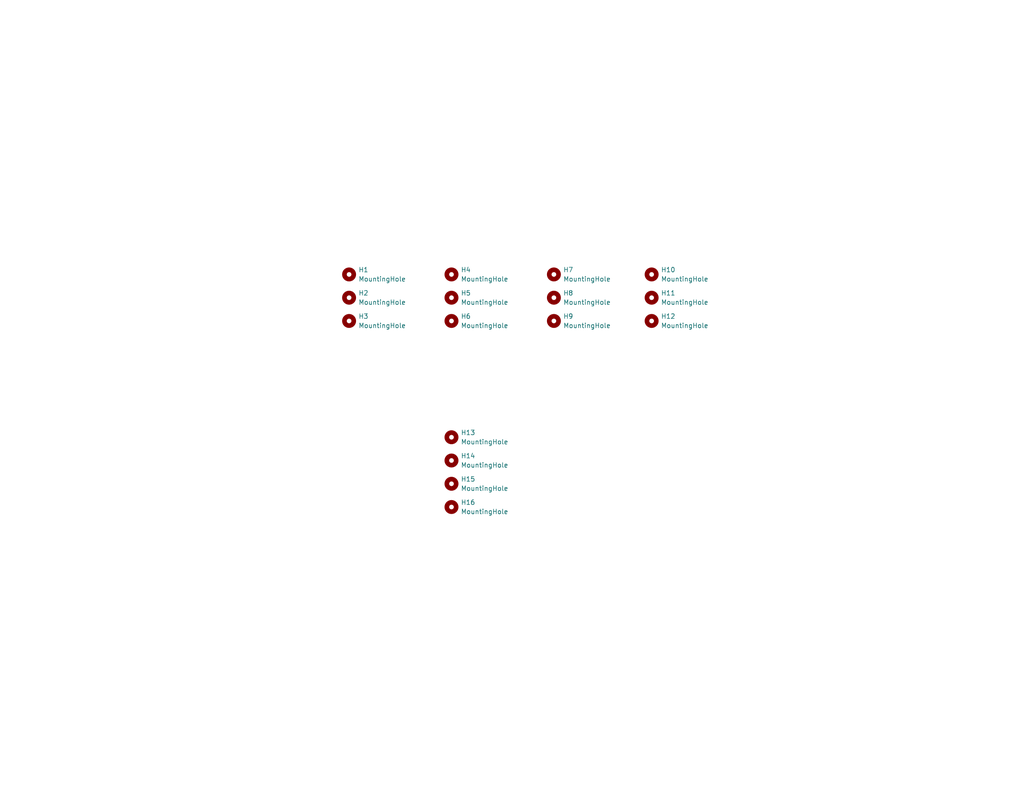
<source format=kicad_sch>
(kicad_sch (version 20211123) (generator eeschema)

  (uuid dccf11ca-eda7-4894-bda5-ea49a9932257)

  (paper "USLetter")

  (title_block
    (title "Mounting Bracket for Four Floppy Drives")
    (date "2023-01-19")
    (rev "0.1")
    (company "Max Proskauer")
  )

  (lib_symbols
    (symbol "Mechanical:MountingHole" (pin_names (offset 1.016)) (in_bom yes) (on_board yes)
      (property "Reference" "H" (id 0) (at 0 5.08 0)
        (effects (font (size 1.27 1.27)))
      )
      (property "Value" "MountingHole" (id 1) (at 0 3.175 0)
        (effects (font (size 1.27 1.27)))
      )
      (property "Footprint" "" (id 2) (at 0 0 0)
        (effects (font (size 1.27 1.27)) hide)
      )
      (property "Datasheet" "~" (id 3) (at 0 0 0)
        (effects (font (size 1.27 1.27)) hide)
      )
      (property "ki_keywords" "mounting hole" (id 4) (at 0 0 0)
        (effects (font (size 1.27 1.27)) hide)
      )
      (property "ki_description" "Mounting Hole without connection" (id 5) (at 0 0 0)
        (effects (font (size 1.27 1.27)) hide)
      )
      (property "ki_fp_filters" "MountingHole*" (id 6) (at 0 0 0)
        (effects (font (size 1.27 1.27)) hide)
      )
      (symbol "MountingHole_0_1"
        (circle (center 0 0) (radius 1.27)
          (stroke (width 1.27) (type default) (color 0 0 0 0))
          (fill (type none))
        )
      )
    )
  )


  (symbol (lib_id "Mechanical:MountingHole") (at 151.13 87.63 0) (unit 1)
    (in_bom yes) (on_board yes) (fields_autoplaced)
    (uuid 1af5c50f-b79b-45ae-8c94-de970604a49d)
    (property "Reference" "H9" (id 0) (at 153.67 86.3599 0)
      (effects (font (size 1.27 1.27)) (justify left))
    )
    (property "Value" "MountingHole" (id 1) (at 153.67 88.8999 0)
      (effects (font (size 1.27 1.27)) (justify left))
    )
    (property "Footprint" "MountingHole:MountingHole_3.2mm_M3_Pad" (id 2) (at 151.13 87.63 0)
      (effects (font (size 1.27 1.27)) hide)
    )
    (property "Datasheet" "~" (id 3) (at 151.13 87.63 0)
      (effects (font (size 1.27 1.27)) hide)
    )
  )

  (symbol (lib_id "Mechanical:MountingHole") (at 95.25 81.28 0) (unit 1)
    (in_bom yes) (on_board yes) (fields_autoplaced)
    (uuid 21c31c81-b1be-4d8e-86dc-b2d6fb16352e)
    (property "Reference" "H2" (id 0) (at 97.79 80.0099 0)
      (effects (font (size 1.27 1.27)) (justify left))
    )
    (property "Value" "MountingHole" (id 1) (at 97.79 82.5499 0)
      (effects (font (size 1.27 1.27)) (justify left))
    )
    (property "Footprint" "MountingHole:MountingHole_3.2mm_M3_Pad" (id 2) (at 95.25 81.28 0)
      (effects (font (size 1.27 1.27)) hide)
    )
    (property "Datasheet" "~" (id 3) (at 95.25 81.28 0)
      (effects (font (size 1.27 1.27)) hide)
    )
  )

  (symbol (lib_id "Mechanical:MountingHole") (at 151.13 74.93 0) (unit 1)
    (in_bom yes) (on_board yes) (fields_autoplaced)
    (uuid 2fa0dcf5-2d5a-414b-997c-0afb5a70512b)
    (property "Reference" "H7" (id 0) (at 153.67 73.6599 0)
      (effects (font (size 1.27 1.27)) (justify left))
    )
    (property "Value" "MountingHole" (id 1) (at 153.67 76.1999 0)
      (effects (font (size 1.27 1.27)) (justify left))
    )
    (property "Footprint" "MountingHole:MountingHole_3.2mm_M3_Pad" (id 2) (at 151.13 74.93 0)
      (effects (font (size 1.27 1.27)) hide)
    )
    (property "Datasheet" "~" (id 3) (at 151.13 74.93 0)
      (effects (font (size 1.27 1.27)) hide)
    )
  )

  (symbol (lib_id "Mechanical:MountingHole") (at 95.25 87.63 0) (unit 1)
    (in_bom yes) (on_board yes) (fields_autoplaced)
    (uuid 39afb2eb-49e0-4fb4-a1f8-b54bcd655504)
    (property "Reference" "H3" (id 0) (at 97.79 86.3599 0)
      (effects (font (size 1.27 1.27)) (justify left))
    )
    (property "Value" "MountingHole" (id 1) (at 97.79 88.8999 0)
      (effects (font (size 1.27 1.27)) (justify left))
    )
    (property "Footprint" "MountingHole:MountingHole_3.2mm_M3_Pad" (id 2) (at 95.25 87.63 0)
      (effects (font (size 1.27 1.27)) hide)
    )
    (property "Datasheet" "~" (id 3) (at 95.25 87.63 0)
      (effects (font (size 1.27 1.27)) hide)
    )
  )

  (symbol (lib_id "Mechanical:MountingHole") (at 123.19 125.73 0) (unit 1)
    (in_bom yes) (on_board yes) (fields_autoplaced)
    (uuid 4b5f3762-af04-4ed2-8f07-a69a13d5c54d)
    (property "Reference" "H14" (id 0) (at 125.73 124.4599 0)
      (effects (font (size 1.27 1.27)) (justify left))
    )
    (property "Value" "MountingHole" (id 1) (at 125.73 126.9999 0)
      (effects (font (size 1.27 1.27)) (justify left))
    )
    (property "Footprint" "MountingHole:MountingHole_3.2mm_M3_Pad" (id 2) (at 123.19 125.73 0)
      (effects (font (size 1.27 1.27)) hide)
    )
    (property "Datasheet" "~" (id 3) (at 123.19 125.73 0)
      (effects (font (size 1.27 1.27)) hide)
    )
  )

  (symbol (lib_id "Mechanical:MountingHole") (at 177.8 87.63 0) (unit 1)
    (in_bom yes) (on_board yes) (fields_autoplaced)
    (uuid 87a09378-cc99-41e8-a569-83fd398c68b2)
    (property "Reference" "H12" (id 0) (at 180.34 86.3599 0)
      (effects (font (size 1.27 1.27)) (justify left))
    )
    (property "Value" "MountingHole" (id 1) (at 180.34 88.8999 0)
      (effects (font (size 1.27 1.27)) (justify left))
    )
    (property "Footprint" "MountingHole:MountingHole_3.2mm_M3_Pad" (id 2) (at 177.8 87.63 0)
      (effects (font (size 1.27 1.27)) hide)
    )
    (property "Datasheet" "~" (id 3) (at 177.8 87.63 0)
      (effects (font (size 1.27 1.27)) hide)
    )
  )

  (symbol (lib_id "Mechanical:MountingHole") (at 123.19 74.93 0) (unit 1)
    (in_bom yes) (on_board yes) (fields_autoplaced)
    (uuid 970f453b-8e35-49c4-be84-c399d58ee2d1)
    (property "Reference" "H4" (id 0) (at 125.73 73.6599 0)
      (effects (font (size 1.27 1.27)) (justify left))
    )
    (property "Value" "MountingHole" (id 1) (at 125.73 76.1999 0)
      (effects (font (size 1.27 1.27)) (justify left))
    )
    (property "Footprint" "MountingHole:MountingHole_3.2mm_M3_Pad" (id 2) (at 123.19 74.93 0)
      (effects (font (size 1.27 1.27)) hide)
    )
    (property "Datasheet" "~" (id 3) (at 123.19 74.93 0)
      (effects (font (size 1.27 1.27)) hide)
    )
  )

  (symbol (lib_id "Mechanical:MountingHole") (at 177.8 81.28 0) (unit 1)
    (in_bom yes) (on_board yes) (fields_autoplaced)
    (uuid 9d769b2e-8220-4db0-a1da-8ee2b5cff3fe)
    (property "Reference" "H11" (id 0) (at 180.34 80.0099 0)
      (effects (font (size 1.27 1.27)) (justify left))
    )
    (property "Value" "MountingHole" (id 1) (at 180.34 82.5499 0)
      (effects (font (size 1.27 1.27)) (justify left))
    )
    (property "Footprint" "MountingHole:MountingHole_3.2mm_M3_Pad" (id 2) (at 177.8 81.28 0)
      (effects (font (size 1.27 1.27)) hide)
    )
    (property "Datasheet" "~" (id 3) (at 177.8 81.28 0)
      (effects (font (size 1.27 1.27)) hide)
    )
  )

  (symbol (lib_id "Mechanical:MountingHole") (at 151.13 81.28 0) (unit 1)
    (in_bom yes) (on_board yes) (fields_autoplaced)
    (uuid b9526e15-c81a-4410-a8da-4ee028a9ffb0)
    (property "Reference" "H8" (id 0) (at 153.67 80.0099 0)
      (effects (font (size 1.27 1.27)) (justify left))
    )
    (property "Value" "MountingHole" (id 1) (at 153.67 82.5499 0)
      (effects (font (size 1.27 1.27)) (justify left))
    )
    (property "Footprint" "MountingHole:MountingHole_3.2mm_M3_Pad" (id 2) (at 151.13 81.28 0)
      (effects (font (size 1.27 1.27)) hide)
    )
    (property "Datasheet" "~" (id 3) (at 151.13 81.28 0)
      (effects (font (size 1.27 1.27)) hide)
    )
  )

  (symbol (lib_id "Mechanical:MountingHole") (at 123.19 132.08 0) (unit 1)
    (in_bom yes) (on_board yes) (fields_autoplaced)
    (uuid cb1dbec2-beda-4367-94c6-76c560f18bf1)
    (property "Reference" "H15" (id 0) (at 125.73 130.8099 0)
      (effects (font (size 1.27 1.27)) (justify left))
    )
    (property "Value" "MountingHole" (id 1) (at 125.73 133.3499 0)
      (effects (font (size 1.27 1.27)) (justify left))
    )
    (property "Footprint" "MountingHole:MountingHole_3.2mm_M3_Pad" (id 2) (at 123.19 132.08 0)
      (effects (font (size 1.27 1.27)) hide)
    )
    (property "Datasheet" "~" (id 3) (at 123.19 132.08 0)
      (effects (font (size 1.27 1.27)) hide)
    )
  )

  (symbol (lib_id "Mechanical:MountingHole") (at 123.19 138.43 0) (unit 1)
    (in_bom yes) (on_board yes) (fields_autoplaced)
    (uuid da60a574-7ec2-421a-ad07-3acb7e2edf90)
    (property "Reference" "H16" (id 0) (at 125.73 137.1599 0)
      (effects (font (size 1.27 1.27)) (justify left))
    )
    (property "Value" "MountingHole" (id 1) (at 125.73 139.6999 0)
      (effects (font (size 1.27 1.27)) (justify left))
    )
    (property "Footprint" "MountingHole:MountingHole_3.2mm_M3_Pad" (id 2) (at 123.19 138.43 0)
      (effects (font (size 1.27 1.27)) hide)
    )
    (property "Datasheet" "~" (id 3) (at 123.19 138.43 0)
      (effects (font (size 1.27 1.27)) hide)
    )
  )

  (symbol (lib_id "Mechanical:MountingHole") (at 177.8 74.93 0) (unit 1)
    (in_bom yes) (on_board yes) (fields_autoplaced)
    (uuid e08014cd-6c8d-4a78-b010-fd24f87af2e6)
    (property "Reference" "H10" (id 0) (at 180.34 73.6599 0)
      (effects (font (size 1.27 1.27)) (justify left))
    )
    (property "Value" "MountingHole" (id 1) (at 180.34 76.1999 0)
      (effects (font (size 1.27 1.27)) (justify left))
    )
    (property "Footprint" "MountingHole:MountingHole_3.2mm_M3_Pad" (id 2) (at 177.8 74.93 0)
      (effects (font (size 1.27 1.27)) hide)
    )
    (property "Datasheet" "~" (id 3) (at 177.8 74.93 0)
      (effects (font (size 1.27 1.27)) hide)
    )
  )

  (symbol (lib_id "Mechanical:MountingHole") (at 123.19 119.38 0) (unit 1)
    (in_bom yes) (on_board yes) (fields_autoplaced)
    (uuid ed649220-2164-42c0-a046-6acec8dcb52a)
    (property "Reference" "H13" (id 0) (at 125.73 118.1099 0)
      (effects (font (size 1.27 1.27)) (justify left))
    )
    (property "Value" "MountingHole" (id 1) (at 125.73 120.6499 0)
      (effects (font (size 1.27 1.27)) (justify left))
    )
    (property "Footprint" "MountingHole:MountingHole_3.2mm_M3_Pad" (id 2) (at 123.19 119.38 0)
      (effects (font (size 1.27 1.27)) hide)
    )
    (property "Datasheet" "~" (id 3) (at 123.19 119.38 0)
      (effects (font (size 1.27 1.27)) hide)
    )
  )

  (symbol (lib_id "Mechanical:MountingHole") (at 95.25 74.93 0) (unit 1)
    (in_bom yes) (on_board yes) (fields_autoplaced)
    (uuid eed4595c-2309-4d25-b842-d072fe2057ce)
    (property "Reference" "H1" (id 0) (at 97.79 73.6599 0)
      (effects (font (size 1.27 1.27)) (justify left))
    )
    (property "Value" "MountingHole" (id 1) (at 97.79 76.1999 0)
      (effects (font (size 1.27 1.27)) (justify left))
    )
    (property "Footprint" "MountingHole:MountingHole_3.2mm_M3_Pad" (id 2) (at 95.25 74.93 0)
      (effects (font (size 1.27 1.27)) hide)
    )
    (property "Datasheet" "~" (id 3) (at 95.25 74.93 0)
      (effects (font (size 1.27 1.27)) hide)
    )
  )

  (symbol (lib_id "Mechanical:MountingHole") (at 123.19 81.28 0) (unit 1)
    (in_bom yes) (on_board yes) (fields_autoplaced)
    (uuid f05905c8-8695-46fd-b558-01b917978cee)
    (property "Reference" "H5" (id 0) (at 125.73 80.0099 0)
      (effects (font (size 1.27 1.27)) (justify left))
    )
    (property "Value" "MountingHole" (id 1) (at 125.73 82.5499 0)
      (effects (font (size 1.27 1.27)) (justify left))
    )
    (property "Footprint" "MountingHole:MountingHole_3.2mm_M3_Pad" (id 2) (at 123.19 81.28 0)
      (effects (font (size 1.27 1.27)) hide)
    )
    (property "Datasheet" "~" (id 3) (at 123.19 81.28 0)
      (effects (font (size 1.27 1.27)) hide)
    )
  )

  (symbol (lib_id "Mechanical:MountingHole") (at 123.19 87.63 0) (unit 1)
    (in_bom yes) (on_board yes) (fields_autoplaced)
    (uuid f07fabb0-11d0-4cce-aaae-288145bcc3c9)
    (property "Reference" "H6" (id 0) (at 125.73 86.3599 0)
      (effects (font (size 1.27 1.27)) (justify left))
    )
    (property "Value" "MountingHole" (id 1) (at 125.73 88.8999 0)
      (effects (font (size 1.27 1.27)) (justify left))
    )
    (property "Footprint" "MountingHole:MountingHole_3.2mm_M3_Pad" (id 2) (at 123.19 87.63 0)
      (effects (font (size 1.27 1.27)) hide)
    )
    (property "Datasheet" "~" (id 3) (at 123.19 87.63 0)
      (effects (font (size 1.27 1.27)) hide)
    )
  )

  (sheet_instances
    (path "/" (page "1"))
  )

  (symbol_instances
    (path "/eed4595c-2309-4d25-b842-d072fe2057ce"
      (reference "H1") (unit 1) (value "MountingHole") (footprint "MountingHole:MountingHole_3.2mm_M3_Pad")
    )
    (path "/21c31c81-b1be-4d8e-86dc-b2d6fb16352e"
      (reference "H2") (unit 1) (value "MountingHole") (footprint "MountingHole:MountingHole_3.2mm_M3_Pad")
    )
    (path "/39afb2eb-49e0-4fb4-a1f8-b54bcd655504"
      (reference "H3") (unit 1) (value "MountingHole") (footprint "MountingHole:MountingHole_3.2mm_M3_Pad")
    )
    (path "/970f453b-8e35-49c4-be84-c399d58ee2d1"
      (reference "H4") (unit 1) (value "MountingHole") (footprint "MountingHole:MountingHole_3.2mm_M3_Pad")
    )
    (path "/f05905c8-8695-46fd-b558-01b917978cee"
      (reference "H5") (unit 1) (value "MountingHole") (footprint "MountingHole:MountingHole_3.2mm_M3_Pad")
    )
    (path "/f07fabb0-11d0-4cce-aaae-288145bcc3c9"
      (reference "H6") (unit 1) (value "MountingHole") (footprint "MountingHole:MountingHole_3.2mm_M3_Pad")
    )
    (path "/2fa0dcf5-2d5a-414b-997c-0afb5a70512b"
      (reference "H7") (unit 1) (value "MountingHole") (footprint "MountingHole:MountingHole_3.2mm_M3_Pad")
    )
    (path "/b9526e15-c81a-4410-a8da-4ee028a9ffb0"
      (reference "H8") (unit 1) (value "MountingHole") (footprint "MountingHole:MountingHole_3.2mm_M3_Pad")
    )
    (path "/1af5c50f-b79b-45ae-8c94-de970604a49d"
      (reference "H9") (unit 1) (value "MountingHole") (footprint "MountingHole:MountingHole_3.2mm_M3_Pad")
    )
    (path "/e08014cd-6c8d-4a78-b010-fd24f87af2e6"
      (reference "H10") (unit 1) (value "MountingHole") (footprint "MountingHole:MountingHole_3.2mm_M3_Pad")
    )
    (path "/9d769b2e-8220-4db0-a1da-8ee2b5cff3fe"
      (reference "H11") (unit 1) (value "MountingHole") (footprint "MountingHole:MountingHole_3.2mm_M3_Pad")
    )
    (path "/87a09378-cc99-41e8-a569-83fd398c68b2"
      (reference "H12") (unit 1) (value "MountingHole") (footprint "MountingHole:MountingHole_3.2mm_M3_Pad")
    )
    (path "/ed649220-2164-42c0-a046-6acec8dcb52a"
      (reference "H13") (unit 1) (value "MountingHole") (footprint "MountingHole:MountingHole_3.2mm_M3_Pad")
    )
    (path "/4b5f3762-af04-4ed2-8f07-a69a13d5c54d"
      (reference "H14") (unit 1) (value "MountingHole") (footprint "MountingHole:MountingHole_3.2mm_M3_Pad")
    )
    (path "/cb1dbec2-beda-4367-94c6-76c560f18bf1"
      (reference "H15") (unit 1) (value "MountingHole") (footprint "MountingHole:MountingHole_3.2mm_M3_Pad")
    )
    (path "/da60a574-7ec2-421a-ad07-3acb7e2edf90"
      (reference "H16") (unit 1) (value "MountingHole") (footprint "MountingHole:MountingHole_3.2mm_M3_Pad")
    )
  )
)

</source>
